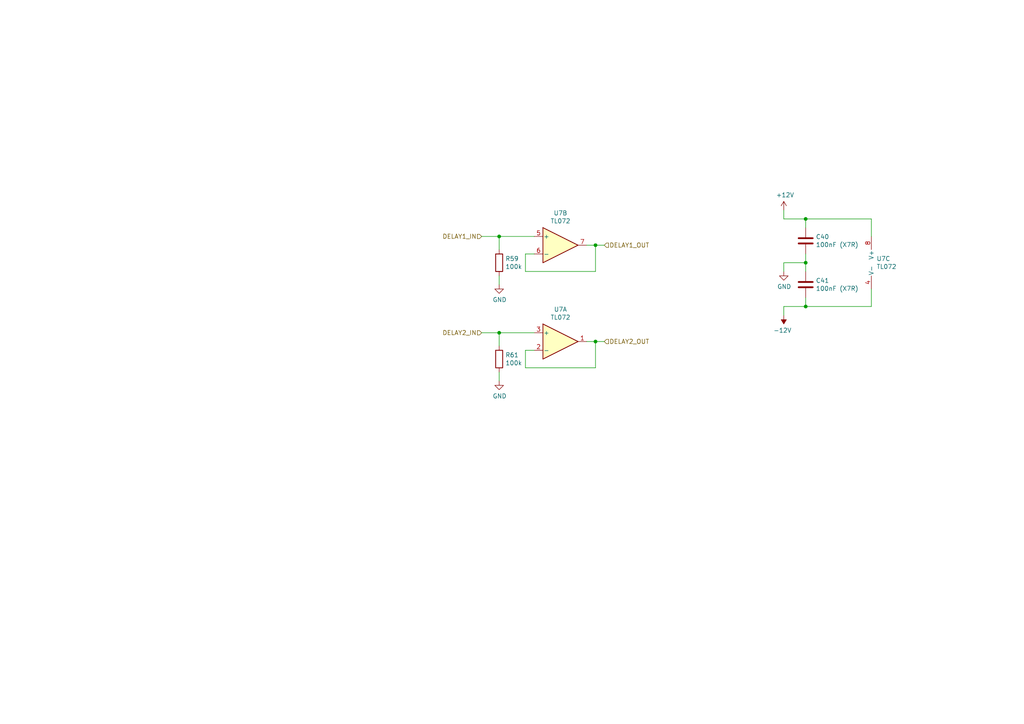
<source format=kicad_sch>
(kicad_sch (version 20211123) (generator eeschema)
  (paper "A4")
  (title_block (date "2022-03-04") (rev "v05") (comment 2 "creativecommons.org/licenses/by/4.0/") (comment 3 "License: CC BY 4.0") (comment 4 "Author: Guy John"))
  (lib_symbols
    (symbol "Amplifier_Operational:TL072" (pin_names (offset 0.127))
      (property "Reference" "U" (at 0 5.08 0))
      (property "Value" "TL072" (at 0 -5.08 0))
      (symbol "TL072_1_1"
        (polyline (pts (xy -5.08 5.08) (xy 5.08 0) (xy -5.08 -5.08) (xy -5.08 5.08)) (stroke (width 0.254)) (fill (type background)))
        (pin output line (at 7.62 0 180) (length 2.54) (name "~") (number "1"))
        (pin input line (at -7.62 -2.54 0) (length 2.54) (name "-") (number "2"))
        (pin input line (at -7.62 2.54 0) (length 2.54) (name "+") (number "3"))
      )
      (symbol "TL072_2_1"
        (polyline (pts (xy -5.08 5.08) (xy 5.08 0) (xy -5.08 -5.08) (xy -5.08 5.08)) (stroke (width 0.254)) (fill (type background)))
        (pin input line (at -7.62 2.54 0) (length 2.54) (name "+") (number "5"))
        (pin input line (at -7.62 -2.54 0) (length 2.54) (name "-") (number "6"))
        (pin output line (at 7.62 0 180) (length 2.54) (name "~") (number "7"))
      )
      (symbol "TL072_3_1"
        (pin power_in line (at -2.54 -7.62 90) (length 3.81) (name "V-") (number "4"))
        (pin power_in line (at -2.54 7.62 270) (length 3.81) (name "V+") (number "8"))
      )
    )
    (symbol "Device:C" (pin_numbers hide) (pin_names (offset 0.254))
      (property "Reference" "C" (at 0.635 2.54 0))
      (property "Value" "C" (at 0.635 -2.54 0))
      (symbol "C_0_1"
        (polyline (pts (xy -2.032 -0.762) (xy 2.032 -0.762)) (stroke (width 0.508)))
        (polyline (pts (xy -2.032 0.762) (xy 2.032 0.762)) (stroke (width 0.508)))
      )
      (symbol "C_1_1"
        (pin passive line (at 0 3.81 270) (length 2.794) (name "~") (number "1"))
        (pin passive line (at 0 -3.81 90) (length 2.794) (name "~") (number "2"))
      )
    )
    (symbol "Device:R" (pin_numbers hide) (pin_names (offset 0))
      (property "Reference" "R" (at 2.032 0 90))
      (property "Value" "R" (at 0 0 90))
      (symbol "R_0_1"
        (rectangle (start -1.016 -2.54) (end 1.016 2.54) (stroke (width 0.254)))
      )
      (symbol "R_1_1"
        (pin passive line (at 0 3.81 270) (length 1.27) (name "~") (number "1"))
        (pin passive line (at 0 -3.81 90) (length 1.27) (name "~") (number "2"))
      )
    )
    (symbol "power:+12V" (power) (pin_names (offset 0))
      (property "Value" "+12V" (at 0 3.556 0))
      (symbol "+12V_0_1"
        (polyline (pts (xy -0.762 1.27) (xy 0 2.54)))
        (polyline (pts (xy 0 0) (xy 0 2.54)))
        (polyline (pts (xy 0 2.54) (xy 0.762 1.27)))
      )
      (symbol "+12V_1_1"
        (pin power_in line (at 0 0 90) (length 0) hide (name "+12V") (number "1"))
      )
    )
    (symbol "power:-12V" (power) (pin_names (offset 0))
      (property "Value" "-12V" (at 0 3.81 0))
      (symbol "-12V_0_0"
        (pin power_in line (at 0 0 90) (length 0) hide (name "-12V") (number "1"))
      )
      (symbol "-12V_0_1"
        (polyline (pts (xy 0 0) (xy 0 1.27) (xy 0.762 1.27) (xy 0 2.54) (xy -0.762 1.27) (xy 0 1.27)) (fill (type outline)))
      )
    )
    (symbol "power:GND" (power) (pin_names (offset 0))
      (property "Value" "GND" (at 0 -3.81 0))
      (symbol "GND_0_1"
        (polyline (pts (xy 0 0) (xy 0 -1.27) (xy 1.27 -1.27) (xy 0 -2.54) (xy -1.27 -1.27) (xy 0 -1.27)))
      )
      (symbol "GND_1_1"
        (pin power_in line (at 0 0 270) (length 0) hide (name "GND") (number "1"))
      )
    )
  )
  (junction (at 233.68 63.5))
  (junction (at 172.72 71.12))
  (junction (at 233.68 76.2))
  (junction (at 144.78 68.58))
  (junction (at 144.78 96.52))
  (junction (at 233.68 88.9))
  (junction (at 172.72 99.06))
  (wire (pts (xy 154.94 73.66) (xy 152.4 73.66)))
  (wire (pts (xy 170.18 71.12) (xy 172.72 71.12)))
  (wire (pts (xy 252.73 63.5) (xy 252.73 68.58)))
  (wire (pts (xy 227.33 88.9) (xy 233.68 88.9)))
  (wire (pts (xy 144.78 96.52) (xy 154.94 96.52)))
  (wire (pts (xy 144.78 80.01) (xy 144.78 82.55)))
  (wire (pts (xy 152.4 78.74) (xy 172.72 78.74)))
  (wire (pts (xy 144.78 68.58) (xy 154.94 68.58)))
  (wire (pts (xy 152.4 106.68) (xy 172.72 106.68)))
  (wire (pts (xy 227.33 63.5) (xy 233.68 63.5)))
  (wire (pts (xy 152.4 73.66) (xy 152.4 78.74)))
  (wire (pts (xy 233.68 88.9) (xy 233.68 86.36)))
  (wire (pts (xy 233.68 76.2) (xy 233.68 73.66)))
  (wire (pts (xy 227.33 88.9) (xy 227.33 91.44)))
  (wire (pts (xy 233.68 63.5) (xy 233.68 66.04)))
  (wire (pts (xy 252.73 88.9) (xy 252.73 83.82)))
  (wire (pts (xy 139.7 96.52) (xy 144.78 96.52)))
  (wire (pts (xy 233.68 78.74) (xy 233.68 76.2)))
  (wire (pts (xy 172.72 106.68) (xy 172.72 99.06)))
  (wire (pts (xy 152.4 101.6) (xy 152.4 106.68)))
  (wire (pts (xy 144.78 100.33) (xy 144.78 96.52)))
  (wire (pts (xy 172.72 99.06) (xy 170.18 99.06)))
  (wire (pts (xy 233.68 76.2) (xy 227.33 76.2)))
  (wire (pts (xy 139.7 68.58) (xy 144.78 68.58)))
  (wire (pts (xy 144.78 72.39) (xy 144.78 68.58)))
  (wire (pts (xy 227.33 76.2) (xy 227.33 78.74)))
  (wire (pts (xy 233.68 63.5) (xy 252.73 63.5)))
  (wire (pts (xy 172.72 71.12) (xy 175.26 71.12)))
  (wire (pts (xy 233.68 88.9) (xy 252.73 88.9)))
  (wire (pts (xy 172.72 99.06) (xy 175.26 99.06)))
  (wire (pts (xy 154.94 101.6) (xy 152.4 101.6)))
  (wire (pts (xy 144.78 107.95) (xy 144.78 110.49)))
  (wire (pts (xy 227.33 60.96) (xy 227.33 63.5)))
  (wire (pts (xy 172.72 78.74) (xy 172.72 71.12)))
  (hierarchical_label "DELAY1_IN" (shape input) (at 139.7 68.58 180))
  (hierarchical_label "DELAY2_IN" (shape input) (at 139.7 96.52 180))
  (hierarchical_label "DELAY1_OUT" (shape input) (at 175.26 71.12 0))
  (hierarchical_label "DELAY2_OUT" (shape input) (at 175.26 99.06 0))
  (symbol (lib_id "Amplifier_Operational:TL072") (at 162.56 99.06 0) (unit 1)
    (property "Reference" "U7" (at 162.56 89.7382 0))
    (property "Value" "TL072" (at 162.56 92.0496 0))
    (property "Footprint" "Rumblesan_Footprints:DIP-8_W7.62mm_Socket" (effects hide))
    (property "Datasheet" "http://www.ti.com/lit/ds/symlink/tl071.pdf" (effects hide))
  )
  (symbol (lib_id "Amplifier_Operational:TL072") (at 162.56 71.12 0) (unit 2)
    (property "Reference" "U7" (at 162.56 61.7982 0))
    (property "Value" "TL072" (at 162.56 64.1096 0))
    (property "Footprint" "Rumblesan_Footprints:DIP-8_W7.62mm_Socket" (effects hide))
    (property "Datasheet" "http://www.ti.com/lit/ds/symlink/tl071.pdf" (effects hide))
  )
  (symbol (lib_id "Amplifier_Operational:TL072") (at 255.27 76.2 0) (unit 3)
    (property "Reference" "U7" (at 254.2032 75.0316 0) (effects (justify left)))
    (property "Value" "TL072" (at 254.2032 77.343 0) (effects (justify left)))
    (property "Footprint" "Rumblesan_Footprints:DIP-8_W7.62mm_Socket" (effects hide))
    (property "Datasheet" "http://www.ti.com/lit/ds/symlink/tl071.pdf" (effects hide))
  )
  (symbol (lib_id "Device:C") (at 233.68 69.85 180) (unit 1)
    (property "Reference" "C40" (at 236.601 68.6816 0) (effects (justify right)))
    (property "Value" "100nF (X7R)" (at 236.601 70.993 0) (effects (justify right)))
    (property "Footprint" "Rumblesan_Footprints:C_Rect_L7.0mm_W3.5mm_P5.00mm" (effects hide))
  )
  (symbol (lib_id "Device:C") (at 233.68 82.55 180) (unit 1)
    (property "Reference" "C41" (at 236.601 81.3816 0) (effects (justify right)))
    (property "Value" "100nF (X7R)" (at 236.601 83.693 0) (effects (justify right)))
    (property "Footprint" "Rumblesan_Footprints:C_Rect_L7.0mm_W3.5mm_P5.00mm" (effects hide))
  )
  (symbol (lib_id "Device:R") (at 144.78 76.2 0) (unit 1)
    (property "Reference" "R59" (at 146.558 75.0316 0) (effects (justify left)))
    (property "Value" "100k" (at 146.558 77.343 0) (effects (justify left)))
    (property "Footprint" "Rumblesan_Footprints:Resistor_THT_L6.3mm_D2.5mm_P10.16mm_Horizontal" (effects hide))
  )
  (symbol (lib_id "Device:R") (at 144.78 104.14 0) (unit 1)
    (property "Reference" "R61" (at 146.558 102.9716 0) (effects (justify left)))
    (property "Value" "100k" (at 146.558 105.283 0) (effects (justify left)))
    (property "Footprint" "Rumblesan_Footprints:Resistor_THT_L6.3mm_D2.5mm_P10.16mm_Horizontal" (effects hide))
  )
  (symbol (lib_id "power:GND") (at 144.78 110.49 0) (unit 1)
    (property "Reference" "#PWR0150" (effects hide))
    (property "Value" "GND" (at 144.907 114.8842 0))
  )
  (symbol (lib_id "power:-12V") (at 227.33 91.44 180) (unit 1)
    (property "Reference" "#PWR0146" (effects hide))
    (property "Value" "-12V" (at 226.949 95.8342 0))
  )
  (symbol (lib_id "power:+12V") (at 227.33 60.96 0) (unit 1)
    (property "Reference" "#PWR0148" (effects hide))
    (property "Value" "+12V" (at 227.711 56.5658 0))
  )
  (symbol (lib_id "power:GND") (at 227.33 78.74 0) (unit 1)
    (property "Reference" "#PWR0147" (effects hide))
    (property "Value" "GND" (at 227.457 83.1342 0))
  )
  (symbol (lib_id "power:GND") (at 144.78 82.55 0) (unit 1)
    (property "Reference" "#PWR0149" (effects hide))
    (property "Value" "GND" (at 144.907 86.9442 0))
  )
)
</source>
